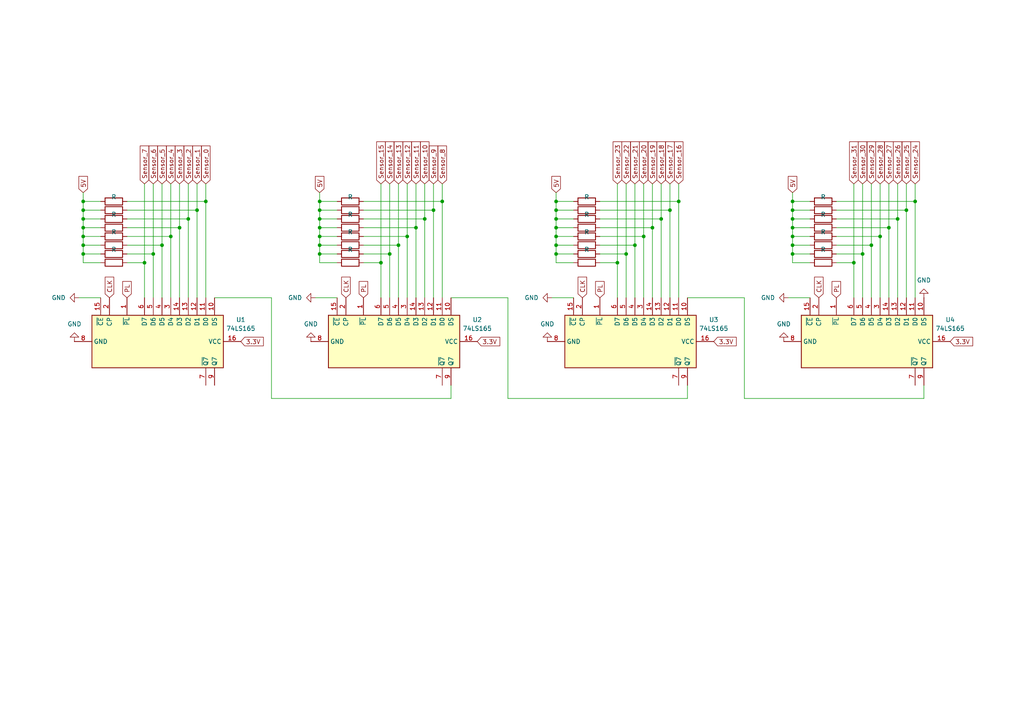
<source format=kicad_sch>
(kicad_sch (version 20231120) (generator "eeschema") (generator_version "8.0")
  (paper "A4")
  (lib_symbols
    (symbol "74xx:74LS165"
      (property "Reference" "U" (at -7.62 19.05 0))
      (property "Value" "74LS165" (at -7.62 -21.59 0))
      (symbol "74LS165_1_0"
        (pin input line (at -12.7 -10.16 0) (length 5.08) (name "~{PL}") (number "1"))
        (pin input line (at -12.7 15.24 0) (length 5.08) (name "DS") (number "10"))
        (pin input line (at -12.7 12.7 0) (length 5.08) (name "D0") (number "11"))
        (pin input line (at -12.7 10.16 0) (length 5.08) (name "D1") (number "12"))
        (pin input line (at -12.7 7.62 0) (length 5.08) (name "D2") (number "13"))
        (pin input line (at -12.7 5.08 0) (length 5.08) (name "D3") (number "14"))
        (pin input line (at -12.7 -17.78 0) (length 5.08) (name "~{CE}") (number "15"))
        (pin power_in line (at 0 22.86 270) (length 5.08) (name "VCC") (number "16"))
        (pin input line (at -12.7 -15.24 0) (length 5.08) (name "CP") (number "2"))
        (pin input line (at -12.7 2.54 0) (length 5.08) (name "D4") (number "3"))
        (pin input line (at -12.7 0 0) (length 5.08) (name "D5") (number "4"))
        (pin input line (at -12.7 -2.54 0) (length 5.08) (name "D6") (number "5"))
        (pin input line (at -12.7 -5.08 0) (length 5.08) (name "D7") (number "6"))
        (pin output line (at 12.7 12.7 180) (length 5.08) (name "~{Q7}") (number "7"))
        (pin power_in line (at 0 -25.4 90) (length 5.08) (name "GND") (number "8"))
        (pin output line (at 12.7 15.24 180) (length 5.08) (name "Q7") (number "9"))
      )
      (symbol "74LS165_1_1"
        (rectangle (start -7.62 17.78) (end 7.62 -20.32) (stroke (width 0.254)) (fill (type background)))
      )
    )
    (symbol "Device:R" (pin_numbers hide) (pin_names (offset 0))
      (property "Reference" "R" (at 2.032 0 90))
      (property "Value" "R" (at 0 0 90))
      (symbol "R_0_1"
        (rectangle (start -1.016 -2.54) (end 1.016 2.54) (stroke (width 0.254)))
      )
      (symbol "R_1_1"
        (pin passive line (at 0 3.81 270) (length 1.27) (name "~") (number "1"))
        (pin passive line (at 0 -3.81 90) (length 1.27) (name "~") (number "2"))
      )
    )
    (symbol "power:GND" (power) (pin_numbers hide) (pin_names (offset 0) hide)
      (property "Value" "GND" (at 0 -3.81 0))
      (symbol "GND_0_1"
        (polyline (pts (xy 0 0) (xy 0 -1.27) (xy 1.27 -1.27) (xy 0 -2.54) (xy -1.27 -1.27) (xy 0 -1.27)))
      )
      (symbol "GND_1_1"
        (pin power_in line (at 0 0 270) (length 0) (name "~") (number "1"))
      )
    )
  )
  (junction (at 92.71 68.58))
  (junction (at 92.71 58.42))
  (junction (at 229.87 68.58))
  (junction (at 161.29 58.42))
  (junction (at 191.77 63.5))
  (junction (at 24.13 66.04))
  (junction (at 252.73 71.12))
  (junction (at 229.87 71.12))
  (junction (at 115.57 71.12))
  (junction (at 118.11 68.58))
  (junction (at 123.19 63.5))
  (junction (at 125.73 60.96))
  (junction (at 49.53 68.58))
  (junction (at 161.29 66.04))
  (junction (at 247.65 76.2))
  (junction (at 120.65 66.04))
  (junction (at 161.29 68.58))
  (junction (at 161.29 60.96))
  (junction (at 128.27 58.42))
  (junction (at 189.23 66.04))
  (junction (at 196.85 58.42))
  (junction (at 46.99 71.12))
  (junction (at 186.69 68.58))
  (junction (at 194.31 60.96))
  (junction (at 24.13 71.12))
  (junction (at 179.07 76.2))
  (junction (at 265.43 58.42))
  (junction (at 24.13 73.66))
  (junction (at 92.71 63.5))
  (junction (at 229.87 58.42))
  (junction (at 184.15 71.12))
  (junction (at 229.87 66.04))
  (junction (at 110.49 76.2))
  (junction (at 260.35 63.5))
  (junction (at 255.27 68.58))
  (junction (at 92.71 73.66))
  (junction (at 52.07 66.04))
  (junction (at 257.81 66.04))
  (junction (at 24.13 63.5))
  (junction (at 54.61 63.5))
  (junction (at 57.15 60.96))
  (junction (at 113.03 73.66))
  (junction (at 161.29 73.66))
  (junction (at 181.61 73.66))
  (junction (at 24.13 58.42))
  (junction (at 92.71 71.12))
  (junction (at 229.87 60.96))
  (junction (at 229.87 63.5))
  (junction (at 250.19 73.66))
  (junction (at 44.45 73.66))
  (junction (at 161.29 63.5))
  (junction (at 24.13 68.58))
  (junction (at 92.71 66.04))
  (junction (at 262.89 60.96))
  (junction (at 92.71 60.96))
  (junction (at 229.87 73.66))
  (junction (at 161.29 71.12))
  (junction (at 59.69 58.42))
  (junction (at 24.13 60.96))
  (junction (at 41.91 76.2))
  (wire (pts (xy 41.91 53.34) (xy 41.91 76.2)))
  (wire (pts (xy 113.03 53.34) (xy 113.03 73.66)))
  (wire (pts (xy 173.99 76.2) (xy 179.07 76.2)))
  (wire (pts (xy 262.89 53.34) (xy 262.89 60.96)))
  (wire (pts (xy 128.27 86.36) (xy 128.27 58.42)))
  (wire (pts (xy 24.13 58.42) (xy 29.21 58.42)))
  (wire (pts (xy 36.83 76.2) (xy 41.91 76.2)))
  (wire (pts (xy 59.69 53.34) (xy 59.69 58.42)))
  (wire (pts (xy 228.6 86.36) (xy 234.95 86.36)))
  (wire (pts (xy 229.87 71.12) (xy 229.87 73.66)))
  (wire (pts (xy 24.13 60.96) (xy 24.13 63.5)))
  (wire (pts (xy 147.32 115.57) (xy 147.32 86.36)))
  (wire (pts (xy 199.39 115.57) (xy 147.32 115.57)))
  (wire (pts (xy 24.13 68.58) (xy 24.13 71.12)))
  (wire (pts (xy 194.31 60.96) (xy 194.31 86.36)))
  (wire (pts (xy 92.71 71.12) (xy 97.79 71.12)))
  (wire (pts (xy 123.19 63.5) (xy 123.19 86.36)))
  (wire (pts (xy 229.87 63.5) (xy 234.95 63.5)))
  (wire (pts (xy 184.15 86.36) (xy 184.15 71.12)))
  (wire (pts (xy 184.15 53.34) (xy 184.15 71.12)))
  (wire (pts (xy 123.19 53.34) (xy 123.19 63.5)))
  (wire (pts (xy 115.57 53.34) (xy 115.57 71.12)))
  (wire (pts (xy 92.71 58.42) (xy 97.79 58.42)))
  (wire (pts (xy 110.49 53.34) (xy 110.49 76.2)))
  (wire (pts (xy 179.07 53.34) (xy 179.07 76.2)))
  (wire (pts (xy 160.02 86.36) (xy 166.37 86.36)))
  (wire (pts (xy 215.9 115.57) (xy 215.9 86.36)))
  (wire (pts (xy 24.13 73.66) (xy 24.13 76.2)))
  (wire (pts (xy 161.29 71.12) (xy 166.37 71.12)))
  (wire (pts (xy 120.65 53.34) (xy 120.65 66.04)))
  (wire (pts (xy 22.86 86.36) (xy 29.21 86.36)))
  (wire (pts (xy 191.77 53.34) (xy 191.77 63.5)))
  (wire (pts (xy 118.11 86.36) (xy 118.11 68.58)))
  (wire (pts (xy 229.87 60.96) (xy 229.87 63.5)))
  (wire (pts (xy 161.29 68.58) (xy 166.37 68.58)))
  (wire (pts (xy 113.03 73.66) (xy 113.03 86.36)))
  (wire (pts (xy 229.87 66.04) (xy 229.87 68.58)))
  (wire (pts (xy 52.07 53.34) (xy 52.07 66.04)))
  (wire (pts (xy 161.29 55.88) (xy 161.29 58.42)))
  (wire (pts (xy 24.13 66.04) (xy 29.21 66.04)))
  (wire (pts (xy 229.87 60.96) (xy 234.95 60.96)))
  (wire (pts (xy 24.13 60.96) (xy 29.21 60.96)))
  (wire (pts (xy 120.65 66.04) (xy 105.41 66.04)))
  (wire (pts (xy 181.61 73.66) (xy 181.61 86.36)))
  (wire (pts (xy 161.29 60.96) (xy 166.37 60.96)))
  (wire (pts (xy 173.99 73.66) (xy 181.61 73.66)))
  (wire (pts (xy 52.07 86.36) (xy 52.07 66.04)))
  (wire (pts (xy 196.85 86.36) (xy 196.85 58.42)))
  (wire (pts (xy 229.87 63.5) (xy 229.87 66.04)))
  (wire (pts (xy 24.13 63.5) (xy 29.21 63.5)))
  (wire (pts (xy 78.74 115.57) (xy 78.74 86.36)))
  (wire (pts (xy 257.81 53.34) (xy 257.81 66.04)))
  (wire (pts (xy 46.99 71.12) (xy 36.83 71.12)))
  (wire (pts (xy 260.35 63.5) (xy 242.57 63.5)))
  (wire (pts (xy 92.71 58.42) (xy 92.71 60.96)))
  (wire (pts (xy 161.29 63.5) (xy 161.29 66.04)))
  (wire (pts (xy 250.19 73.66) (xy 250.19 86.36)))
  (wire (pts (xy 24.13 58.42) (xy 24.13 60.96)))
  (wire (pts (xy 267.97 115.57) (xy 215.9 115.57)))
  (wire (pts (xy 186.69 68.58) (xy 173.99 68.58)))
  (wire (pts (xy 59.69 86.36) (xy 59.69 58.42)))
  (wire (pts (xy 229.87 68.58) (xy 229.87 71.12)))
  (wire (pts (xy 186.69 86.36) (xy 186.69 68.58)))
  (wire (pts (xy 267.97 111.76) (xy 267.97 115.57)))
  (wire (pts (xy 24.13 71.12) (xy 29.21 71.12)))
  (wire (pts (xy 161.29 73.66) (xy 166.37 73.66)))
  (wire (pts (xy 260.35 53.34) (xy 260.35 63.5)))
  (wire (pts (xy 247.65 53.34) (xy 247.65 76.2)))
  (wire (pts (xy 242.57 60.96) (xy 262.89 60.96)))
  (wire (pts (xy 92.71 73.66) (xy 92.71 76.2)))
  (wire (pts (xy 161.29 68.58) (xy 161.29 71.12)))
  (wire (pts (xy 52.07 66.04) (xy 36.83 66.04)))
  (wire (pts (xy 247.65 76.2) (xy 247.65 86.36)))
  (wire (pts (xy 181.61 53.34) (xy 181.61 73.66)))
  (wire (pts (xy 229.87 68.58) (xy 234.95 68.58)))
  (wire (pts (xy 265.43 58.42) (xy 242.57 58.42)))
  (wire (pts (xy 191.77 63.5) (xy 173.99 63.5)))
  (wire (pts (xy 92.71 71.12) (xy 92.71 73.66)))
  (wire (pts (xy 189.23 66.04) (xy 173.99 66.04)))
  (wire (pts (xy 252.73 71.12) (xy 242.57 71.12)))
  (wire (pts (xy 257.81 66.04) (xy 242.57 66.04)))
  (wire (pts (xy 189.23 86.36) (xy 189.23 66.04)))
  (wire (pts (xy 262.89 60.96) (xy 262.89 86.36)))
  (wire (pts (xy 44.45 73.66) (xy 44.45 86.36)))
  (wire (pts (xy 24.13 55.88) (xy 24.13 58.42)))
  (wire (pts (xy 24.13 73.66) (xy 29.21 73.66)))
  (wire (pts (xy 41.91 76.2) (xy 41.91 86.36)))
  (wire (pts (xy 173.99 60.96) (xy 194.31 60.96)))
  (wire (pts (xy 92.71 55.88) (xy 92.71 58.42)))
  (wire (pts (xy 105.41 60.96) (xy 125.73 60.96)))
  (wire (pts (xy 161.29 71.12) (xy 161.29 73.66)))
  (wire (pts (xy 92.71 66.04) (xy 97.79 66.04)))
  (wire (pts (xy 194.31 53.34) (xy 194.31 60.96)))
  (wire (pts (xy 252.73 53.34) (xy 252.73 71.12)))
  (wire (pts (xy 191.77 63.5) (xy 191.77 86.36)))
  (wire (pts (xy 242.57 76.2) (xy 247.65 76.2)))
  (wire (pts (xy 161.29 63.5) (xy 166.37 63.5)))
  (wire (pts (xy 250.19 53.34) (xy 250.19 73.66)))
  (wire (pts (xy 36.83 60.96) (xy 57.15 60.96)))
  (wire (pts (xy 105.41 73.66) (xy 113.03 73.66)))
  (wire (pts (xy 229.87 55.88) (xy 229.87 58.42)))
  (wire (pts (xy 46.99 53.34) (xy 46.99 71.12)))
  (wire (pts (xy 49.53 53.34) (xy 49.53 68.58)))
  (wire (pts (xy 91.44 86.36) (xy 97.79 86.36)))
  (wire (pts (xy 54.61 63.5) (xy 36.83 63.5)))
  (wire (pts (xy 123.19 63.5) (xy 105.41 63.5)))
  (wire (pts (xy 118.11 53.34) (xy 118.11 68.58)))
  (wire (pts (xy 92.71 63.5) (xy 92.71 66.04)))
  (wire (pts (xy 242.57 73.66) (xy 250.19 73.66)))
  (wire (pts (xy 59.69 58.42) (xy 36.83 58.42)))
  (wire (pts (xy 229.87 58.42) (xy 234.95 58.42)))
  (wire (pts (xy 24.13 71.12) (xy 24.13 73.66)))
  (wire (pts (xy 161.29 73.66) (xy 161.29 76.2)))
  (wire (pts (xy 92.71 60.96) (xy 92.71 63.5)))
  (wire (pts (xy 161.29 66.04) (xy 161.29 68.58)))
  (wire (pts (xy 46.99 86.36) (xy 46.99 71.12)))
  (wire (pts (xy 115.57 71.12) (xy 105.41 71.12)))
  (wire (pts (xy 24.13 66.04) (xy 24.13 68.58)))
  (wire (pts (xy 229.87 58.42) (xy 229.87 60.96)))
  (wire (pts (xy 24.13 76.2) (xy 29.21 76.2)))
  (wire (pts (xy 199.39 111.76) (xy 199.39 115.57)))
  (wire (pts (xy 161.29 60.96) (xy 161.29 63.5)))
  (wire (pts (xy 252.73 86.36) (xy 252.73 71.12)))
  (wire (pts (xy 110.49 76.2) (xy 110.49 86.36)))
  (wire (pts (xy 215.9 86.36) (xy 199.39 86.36)))
  (wire (pts (xy 189.23 53.34) (xy 189.23 66.04)))
  (wire (pts (xy 128.27 58.42) (xy 105.41 58.42)))
  (wire (pts (xy 265.43 53.34) (xy 265.43 58.42)))
  (wire (pts (xy 92.71 60.96) (xy 97.79 60.96)))
  (wire (pts (xy 57.15 53.34) (xy 57.15 60.96)))
  (wire (pts (xy 24.13 68.58) (xy 29.21 68.58)))
  (wire (pts (xy 257.81 86.36) (xy 257.81 66.04)))
  (wire (pts (xy 229.87 73.66) (xy 234.95 73.66)))
  (wire (pts (xy 255.27 53.34) (xy 255.27 68.58)))
  (wire (pts (xy 125.73 53.34) (xy 125.73 60.96)))
  (wire (pts (xy 186.69 53.34) (xy 186.69 68.58)))
  (wire (pts (xy 229.87 66.04) (xy 234.95 66.04)))
  (wire (pts (xy 105.41 76.2) (xy 110.49 76.2)))
  (wire (pts (xy 161.29 58.42) (xy 161.29 60.96)))
  (wire (pts (xy 49.53 68.58) (xy 36.83 68.58)))
  (wire (pts (xy 92.71 76.2) (xy 97.79 76.2)))
  (wire (pts (xy 130.81 111.76) (xy 130.81 115.57)))
  (wire (pts (xy 92.71 66.04) (xy 92.71 68.58)))
  (wire (pts (xy 78.74 86.36) (xy 62.23 86.36)))
  (wire (pts (xy 130.81 115.57) (xy 78.74 115.57)))
  (wire (pts (xy 92.71 63.5) (xy 97.79 63.5)))
  (wire (pts (xy 161.29 58.42) (xy 166.37 58.42)))
  (wire (pts (xy 125.73 60.96) (xy 125.73 86.36)))
  (wire (pts (xy 120.65 86.36) (xy 120.65 66.04)))
  (wire (pts (xy 44.45 53.34) (xy 44.45 73.66)))
  (wire (pts (xy 161.29 66.04) (xy 166.37 66.04)))
  (wire (pts (xy 265.43 86.36) (xy 265.43 58.42)))
  (wire (pts (xy 179.07 76.2) (xy 179.07 86.36)))
  (wire (pts (xy 24.13 63.5) (xy 24.13 66.04)))
  (wire (pts (xy 196.85 53.34) (xy 196.85 58.42)))
  (wire (pts (xy 184.15 71.12) (xy 173.99 71.12)))
  (wire (pts (xy 147.32 86.36) (xy 130.81 86.36)))
  (wire (pts (xy 54.61 53.34) (xy 54.61 63.5)))
  (wire (pts (xy 255.27 86.36) (xy 255.27 68.58)))
  (wire (pts (xy 92.71 73.66) (xy 97.79 73.66)))
  (wire (pts (xy 57.15 60.96) (xy 57.15 86.36)))
  (wire (pts (xy 161.29 76.2) (xy 166.37 76.2)))
  (wire (pts (xy 115.57 86.36) (xy 115.57 71.12)))
  (wire (pts (xy 128.27 53.34) (xy 128.27 58.42)))
  (wire (pts (xy 92.71 68.58) (xy 97.79 68.58)))
  (wire (pts (xy 92.71 68.58) (xy 92.71 71.12)))
  (wire (pts (xy 229.87 76.2) (xy 234.95 76.2)))
  (wire (pts (xy 36.83 73.66) (xy 44.45 73.66)))
  (wire (pts (xy 196.85 58.42) (xy 173.99 58.42)))
  (wire (pts (xy 54.61 63.5) (xy 54.61 86.36)))
  (wire (pts (xy 255.27 68.58) (xy 242.57 68.58)))
  (wire (pts (xy 229.87 73.66) (xy 229.87 76.2)))
  (wire (pts (xy 118.11 68.58) (xy 105.41 68.58)))
  (wire (pts (xy 49.53 86.36) (xy 49.53 68.58)))
  (wire (pts (xy 260.35 63.5) (xy 260.35 86.36)))
  (wire (pts (xy 229.87 71.12) (xy 234.95 71.12)))
  (global_label "Sensor_9" (shape input) (at 125.73 53.34 90) (property "Intersheetrefs" "${INTERSHEET_REFS}" (effects (hide yes))))
  (global_label "Sensor_16" (shape input) (at 196.85 53.34 90) (property "Intersheetrefs" "${INTERSHEET_REFS}" (effects (hide yes))))
  (global_label "Sensor_13" (shape input) (at 115.57 53.34 90) (property "Intersheetrefs" "${INTERSHEET_REFS}" (effects (hide yes))))
  (global_label "Sensor_3" (shape input) (at 52.07 53.34 90) (property "Intersheetrefs" "${INTERSHEET_REFS}" (effects (hide yes))))
  (global_label "Sensor_22" (shape input) (at 181.61 53.34 90) (property "Intersheetrefs" "${INTERSHEET_REFS}" (effects (hide yes))))
  (global_label "Sensor_15" (shape input) (at 110.49 53.34 90) (property "Intersheetrefs" "${INTERSHEET_REFS}" (effects (hide yes))))
  (global_label "Sensor_4" (shape input) (at 49.53 53.34 90) (property "Intersheetrefs" "${INTERSHEET_REFS}" (effects (hide yes))))
  (global_label "CLK" (shape input) (at 100.33 86.36 90) (property "Intersheetrefs" "${INTERSHEET_REFS}" (effects (hide yes))))
  (global_label "Sensor_25" (shape input) (at 262.89 53.34 90) (property "Intersheetrefs" "${INTERSHEET_REFS}" (effects (hide yes))))
  (global_label "Sensor_8" (shape input) (at 128.27 53.34 90) (property "Intersheetrefs" "${INTERSHEET_REFS}" (effects (hide yes))))
  (global_label "PL" (shape input) (at 105.41 86.36 90) (property "Intersheetrefs" "${INTERSHEET_REFS}" (effects (hide yes))))
  (global_label "PL" (shape input) (at 173.99 86.36 90) (property "Intersheetrefs" "${INTERSHEET_REFS}" (effects (hide yes))))
  (global_label "Sensor_7" (shape input) (at 41.91 53.34 90) (property "Intersheetrefs" "${INTERSHEET_REFS}" (effects (hide yes))))
  (global_label "5V" (shape input) (at 24.13 55.88 90) (property "Intersheetrefs" "${INTERSHEET_REFS}" (effects (hide yes))))
  (global_label "Sensor_2" (shape input) (at 54.61 53.34 90) (property "Intersheetrefs" "${INTERSHEET_REFS}" (effects (hide yes))))
  (global_label "Sensor_1" (shape input) (at 57.15 53.34 90) (property "Intersheetrefs" "${INTERSHEET_REFS}" (effects (hide yes))))
  (global_label "Sensor_10" (shape input) (at 123.19 53.34 90) (property "Intersheetrefs" "${INTERSHEET_REFS}" (effects (hide yes))))
  (global_label "5V" (shape input) (at 92.71 55.88 90) (property "Intersheetrefs" "${INTERSHEET_REFS}" (effects (hide yes))))
  (global_label "3.3V" (shape input) (at 138.43 99.06 0) (property "Intersheetrefs" "${INTERSHEET_REFS}" (effects (hide yes))))
  (global_label "5V" (shape input) (at 229.87 55.88 90) (property "Intersheetrefs" "${INTERSHEET_REFS}" (effects (hide yes))))
  (global_label "PL" (shape input) (at 36.83 86.36 90) (property "Intersheetrefs" "${INTERSHEET_REFS}" (effects (hide yes))))
  (global_label "Sensor_14" (shape input) (at 113.03 53.34 90) (property "Intersheetrefs" "${INTERSHEET_REFS}" (effects (hide yes))))
  (global_label "Sensor_24" (shape input) (at 265.43 53.34 90) (property "Intersheetrefs" "${INTERSHEET_REFS}" (effects (hide yes))))
  (global_label "Sensor_12" (shape input) (at 118.11 53.34 90) (property "Intersheetrefs" "${INTERSHEET_REFS}" (effects (hide yes))))
  (global_label "3.3V" (shape input) (at 69.85 99.06 0) (property "Intersheetrefs" "${INTERSHEET_REFS}" (effects (hide yes))))
  (global_label "3.3V" (shape input) (at 275.59 99.06 0) (property "Intersheetrefs" "${INTERSHEET_REFS}" (effects (hide yes))))
  (global_label "5V" (shape input) (at 161.29 55.88 90) (property "Intersheetrefs" "${INTERSHEET_REFS}" (effects (hide yes))))
  (global_label "Sensor_21" (shape input) (at 184.15 53.34 90) (property "Intersheetrefs" "${INTERSHEET_REFS}" (effects (hide yes))))
  (global_label "Sensor_28" (shape input) (at 255.27 53.34 90) (property "Intersheetrefs" "${INTERSHEET_REFS}" (effects (hide yes))))
  (global_label "3.3V" (shape input) (at 207.01 99.06 0) (property "Intersheetrefs" "${INTERSHEET_REFS}" (effects (hide yes))))
  (global_label "Sensor_11" (shape input) (at 120.65 53.34 90) (property "Intersheetrefs" "${INTERSHEET_REFS}" (effects (hide yes))))
  (global_label "CLK" (shape input) (at 168.91 86.36 90) (property "Intersheetrefs" "${INTERSHEET_REFS}" (effects (hide yes))))
  (global_label "Sensor_29" (shape input) (at 252.73 53.34 90) (property "Intersheetrefs" "${INTERSHEET_REFS}" (effects (hide yes))))
  (global_label "Sensor_31" (shape input) (at 247.65 53.34 90) (property "Intersheetrefs" "${INTERSHEET_REFS}" (effects (hide yes))))
  (global_label "PL" (shape input) (at 242.57 86.36 90) (property "Intersheetrefs" "${INTERSHEET_REFS}" (effects (hide yes))))
  (global_label "Sensor_17" (shape input) (at 194.31 53.34 90) (property "Intersheetrefs" "${INTERSHEET_REFS}" (effects (hide yes))))
  (global_label "Sensor_0" (shape input) (at 59.69 53.34 90) (property "Intersheetrefs" "${INTERSHEET_REFS}" (effects (hide yes))))
  (global_label "CLK" (shape input) (at 237.49 86.36 90) (property "Intersheetrefs" "${INTERSHEET_REFS}" (effects (hide yes))))
  (global_label "Sensor_26" (shape input) (at 260.35 53.34 90) (property "Intersheetrefs" "${INTERSHEET_REFS}" (effects (hide yes))))
  (global_label "Sensor_18" (shape input) (at 191.77 53.34 90) (property "Intersheetrefs" "${INTERSHEET_REFS}" (effects (hide yes))))
  (global_label "Sensor_19" (shape input) (at 189.23 53.34 90) (property "Intersheetrefs" "${INTERSHEET_REFS}" (effects (hide yes))))
  (global_label "Sensor_6" (shape input) (at 44.45 53.34 90) (property "Intersheetrefs" "${INTERSHEET_REFS}" (effects (hide yes))))
  (global_label "CLK" (shape input) (at 31.75 86.36 90) (property "Intersheetrefs" "${INTERSHEET_REFS}" (effects (hide yes))))
  (global_label "Sensor_5" (shape input) (at 46.99 53.34 90) (property "Intersheetrefs" "${INTERSHEET_REFS}" (effects (hide yes))))
  (global_label "Sensor_30" (shape input) (at 250.19 53.34 90) (property "Intersheetrefs" "${INTERSHEET_REFS}" (effects (hide yes))))
  (global_label "Sensor_20" (shape input) (at 186.69 53.34 90) (property "Intersheetrefs" "${INTERSHEET_REFS}" (effects (hide yes))))
  (global_label "Sensor_27" (shape input) (at 257.81 53.34 90) (property "Intersheetrefs" "${INTERSHEET_REFS}" (effects (hide yes))))
  (global_label "Sensor_23" (shape input) (at 179.07 53.34 90) (property "Intersheetrefs" "${INTERSHEET_REFS}" (effects (hide yes))))
  (symbol (lib_id "Device:R") (at 238.76 60.96 90) (unit 1)
    (property "Reference" "R26" (effects (hide yes)))
    (property "Value" "R" (at 238.76 57.15 90))
    (property "Description" "Resistor" (effects (hide yes)))
  )
  (symbol (lib_id "Device:R") (at 238.76 66.04 90) (unit 1)
    (property "Reference" "R28" (effects (hide yes)))
    (property "Value" "R" (at 238.76 62.23 90))
    (property "Description" "Resistor" (effects (hide yes)))
  )
  (symbol (lib_id "Device:R") (at 101.6 76.2 90) (unit 1)
    (property "Reference" "R16" (effects (hide yes)))
    (property "Value" "R" (at 101.6 72.39 90))
    (property "Description" "Resistor" (effects (hide yes)))
  )
  (symbol (lib_id "74xx:74LS165") (at 115.57 99.06 270) (unit 1)
    (property "Reference" "U2" (at 138.43 92.7414 90))
    (property "Value" "74LS165" (at 138.43 95.2814 90))
    (property "Datasheet" "https://www.ti.com/lit/ds/symlink/sn74ls165a.pdf" (effects (hide yes)))
    (property "Description" "Shift Register 8-bit, parallel load" (effects (hide yes)))
  )
  (symbol (lib_id "power:GND") (at 267.97 86.36 180) (unit 1)
    (property "Reference" "#PWR09" (effects (hide yes)))
    (property "Value" "GND" (at 267.97 81.28 0))
    (property "Description" "Power symbol creates a global label with name \"GND\" , ground" (effects (hide yes)))
  )
  (symbol (lib_id "power:GND") (at 22.86 86.36 270) (unit 1)
    (property "Reference" "#PWR02" (effects (hide yes)))
    (property "Value" "GND" (at 19.05 86.3599 90) (effects (justify right)))
    (property "Description" "Power symbol creates a global label with name \"GND\" , ground" (effects (hide yes)))
  )
  (symbol (lib_id "Device:R") (at 170.18 71.12 90) (unit 1)
    (property "Reference" "R22" (effects (hide yes)))
    (property "Value" "R" (at 170.18 67.31 90))
    (property "Description" "Resistor" (effects (hide yes)))
  )
  (symbol (lib_id "74xx:74LS165") (at 46.99 99.06 270) (unit 1)
    (property "Reference" "U1" (at 69.85 92.7414 90))
    (property "Value" "74LS165" (at 69.85 95.2814 90))
    (property "Datasheet" "https://www.ti.com/lit/ds/symlink/sn74ls165a.pdf" (effects (hide yes)))
    (property "Description" "Shift Register 8-bit, parallel load" (effects (hide yes)))
  )
  (symbol (lib_id "Device:R") (at 238.76 71.12 90) (unit 1)
    (property "Reference" "R30" (effects (hide yes)))
    (property "Value" "R" (at 238.76 67.31 90))
    (property "Description" "Resistor" (effects (hide yes)))
  )
  (symbol (lib_id "power:GND") (at 228.6 86.36 270) (unit 1)
    (property "Reference" "#PWR08" (effects (hide yes)))
    (property "Value" "GND" (at 224.79 86.3599 90) (effects (justify right)))
    (property "Description" "Power symbol creates a global label with name \"GND\" , ground" (effects (hide yes)))
  )
  (symbol (lib_id "Device:R") (at 101.6 68.58 90) (unit 1)
    (property "Reference" "R13" (effects (hide yes)))
    (property "Value" "R" (effects (hide yes)))
    (property "Description" "Resistor" (effects (hide yes)))
  )
  (symbol (lib_id "Device:R") (at 170.18 66.04 90) (unit 1)
    (property "Reference" "R20" (effects (hide yes)))
    (property "Value" "R" (at 170.18 62.23 90))
    (property "Description" "Resistor" (effects (hide yes)))
  )
  (symbol (lib_id "74xx:74LS165") (at 252.73 99.06 270) (unit 1)
    (property "Reference" "U4" (at 275.59 92.7414 90))
    (property "Value" "74LS165" (at 275.59 95.2814 90))
    (property "Datasheet" "https://www.ti.com/lit/ds/symlink/sn74ls165a.pdf" (effects (hide yes)))
    (property "Description" "Shift Register 8-bit, parallel load" (effects (hide yes)))
  )
  (symbol (lib_id "power:GND") (at 21.59 99.06 180) (unit 1)
    (property "Reference" "#PWR01" (effects (hide yes)))
    (property "Value" "GND" (at 21.59 93.98 0))
    (property "Description" "Power symbol creates a global label with name \"GND\" , ground" (effects (hide yes)))
  )
  (symbol (lib_id "Device:R") (at 238.76 58.42 90) (unit 1)
    (property "Reference" "R25" (effects (hide yes)))
    (property "Value" "R" (effects (hide yes)))
    (property "Description" "Resistor" (effects (hide yes)))
  )
  (symbol (lib_id "Device:R") (at 170.18 68.58 90) (unit 1)
    (property "Reference" "R21" (effects (hide yes)))
    (property "Value" "R" (effects (hide yes)))
    (property "Description" "Resistor" (effects (hide yes)))
  )
  (symbol (lib_id "Device:R") (at 238.76 63.5 90) (unit 1)
    (property "Reference" "R27" (effects (hide yes)))
    (property "Value" "R" (effects (hide yes)))
    (property "Description" "Resistor" (effects (hide yes)))
  )
  (symbol (lib_id "Device:R") (at 238.76 73.66 90) (unit 1)
    (property "Reference" "R31" (effects (hide yes)))
    (property "Value" "R" (effects (hide yes)))
    (property "Description" "Resistor" (effects (hide yes)))
  )
  (symbol (lib_id "power:GND") (at 158.75 99.06 180) (unit 1)
    (property "Reference" "#PWR05" (effects (hide yes)))
    (property "Value" "GND" (at 158.75 93.98 0))
    (property "Description" "Power symbol creates a global label with name \"GND\" , ground" (effects (hide yes)))
  )
  (symbol (lib_id "power:GND") (at 90.17 99.06 180) (unit 1)
    (property "Reference" "#PWR03" (effects (hide yes)))
    (property "Value" "GND" (at 90.17 93.98 0))
    (property "Description" "Power symbol creates a global label with name \"GND\" , ground" (effects (hide yes)))
  )
  (symbol (lib_id "Device:R") (at 170.18 73.66 90) (unit 1)
    (property "Reference" "R23" (effects (hide yes)))
    (property "Value" "R" (effects (hide yes)))
    (property "Description" "Resistor" (effects (hide yes)))
  )
  (symbol (lib_id "Device:R") (at 33.02 73.66 90) (unit 1)
    (property "Reference" "R2" (effects (hide yes)))
    (property "Value" "R" (effects (hide yes)))
    (property "Description" "Resistor" (effects (hide yes)))
  )
  (symbol (lib_id "Device:R") (at 101.6 58.42 90) (unit 1)
    (property "Reference" "R9" (effects (hide yes)))
    (property "Value" "R" (effects (hide yes)))
    (property "Description" "Resistor" (effects (hide yes)))
  )
  (symbol (lib_id "power:GND") (at 160.02 86.36 270) (unit 1)
    (property "Reference" "#PWR06" (effects (hide yes)))
    (property "Value" "GND" (at 156.21 86.3599 90) (effects (justify right)))
    (property "Description" "Power symbol creates a global label with name \"GND\" , ground" (effects (hide yes)))
  )
  (symbol (lib_id "Device:R") (at 101.6 66.04 90) (unit 1)
    (property "Reference" "R12" (effects (hide yes)))
    (property "Value" "R" (at 101.6 62.23 90))
    (property "Description" "Resistor" (effects (hide yes)))
  )
  (symbol (lib_id "Device:R") (at 101.6 73.66 90) (unit 1)
    (property "Reference" "R15" (effects (hide yes)))
    (property "Value" "R" (effects (hide yes)))
    (property "Description" "Resistor" (effects (hide yes)))
  )
  (symbol (lib_id "power:GND") (at 91.44 86.36 270) (unit 1)
    (property "Reference" "#PWR04" (effects (hide yes)))
    (property "Value" "GND" (at 87.63 86.3599 90) (effects (justify right)))
    (property "Description" "Power symbol creates a global label with name \"GND\" , ground" (effects (hide yes)))
  )
  (symbol (lib_id "Device:R") (at 170.18 76.2 90) (unit 1)
    (property "Reference" "R24" (effects (hide yes)))
    (property "Value" "R" (at 170.18 72.39 90))
    (property "Description" "Resistor" (effects (hide yes)))
  )
  (symbol (lib_id "power:GND") (at 227.33 99.06 180) (unit 1)
    (property "Reference" "#PWR07" (effects (hide yes)))
    (property "Value" "GND" (at 227.33 93.98 0))
    (property "Description" "Power symbol creates a global label with name \"GND\" , ground" (effects (hide yes)))
  )
  (symbol (lib_id "Device:R") (at 170.18 58.42 90) (unit 1)
    (property "Reference" "R17" (effects (hide yes)))
    (property "Value" "R" (effects (hide yes)))
    (property "Description" "Resistor" (effects (hide yes)))
  )
  (symbol (lib_id "Device:R") (at 33.02 60.96 90) (unit 1)
    (property "Reference" "R7" (effects (hide yes)))
    (property "Value" "R" (at 33.02 57.15 90))
    (property "Description" "Resistor" (effects (hide yes)))
  )
  (symbol (lib_id "Device:R") (at 101.6 63.5 90) (unit 1)
    (property "Reference" "R11" (effects (hide yes)))
    (property "Value" "R" (effects (hide yes)))
    (property "Description" "Resistor" (effects (hide yes)))
  )
  (symbol (lib_id "Device:R") (at 33.02 71.12 90) (unit 1)
    (property "Reference" "R3" (effects (hide yes)))
    (property "Value" "R" (at 33.02 67.31 90))
    (property "Description" "Resistor" (effects (hide yes)))
  )
  (symbol (lib_id "Device:R") (at 33.02 68.58 90) (unit 1)
    (property "Reference" "R4" (effects (hide yes)))
    (property "Value" "R" (effects (hide yes)))
    (property "Description" "Resistor" (effects (hide yes)))
  )
  (symbol (lib_id "Device:R") (at 33.02 66.04 90) (unit 1)
    (property "Reference" "R5" (effects (hide yes)))
    (property "Value" "R" (at 33.02 62.23 90))
    (property "Description" "Resistor" (effects (hide yes)))
  )
  (symbol (lib_id "Device:R") (at 33.02 63.5 90) (unit 1)
    (property "Reference" "R6" (effects (hide yes)))
    (property "Value" "R" (effects (hide yes)))
    (property "Description" "Resistor" (effects (hide yes)))
  )
  (symbol (lib_id "Device:R") (at 33.02 76.2 90) (unit 1)
    (property "Reference" "R1" (effects (hide yes)))
    (property "Value" "R" (at 33.02 72.39 90))
    (property "Description" "Resistor" (effects (hide yes)))
  )
  (symbol (lib_id "Device:R") (at 101.6 71.12 90) (unit 1)
    (property "Reference" "R14" (effects (hide yes)))
    (property "Value" "R" (at 101.6 67.31 90))
    (property "Description" "Resistor" (effects (hide yes)))
  )
  (symbol (lib_id "74xx:74LS165") (at 184.15 99.06 270) (unit 1)
    (property "Reference" "U3" (at 207.01 92.7414 90))
    (property "Value" "74LS165" (at 207.01 95.2814 90))
    (property "Datasheet" "https://www.ti.com/lit/ds/symlink/sn74ls165a.pdf" (effects (hide yes)))
    (property "Description" "Shift Register 8-bit, parallel load" (effects (hide yes)))
  )
  (symbol (lib_id "Device:R") (at 238.76 76.2 90) (unit 1)
    (property "Reference" "R32" (effects (hide yes)))
    (property "Value" "R" (at 238.76 72.39 90))
    (property "Description" "Resistor" (effects (hide yes)))
  )
  (symbol (lib_id "Device:R") (at 170.18 63.5 90) (unit 1)
    (property "Reference" "R19" (effects (hide yes)))
    (property "Value" "R" (effects (hide yes)))
    (property "Description" "Resistor" (effects (hide yes)))
  )
  (symbol (lib_id "Device:R") (at 238.76 68.58 90) (unit 1)
    (property "Reference" "R29" (effects (hide yes)))
    (property "Value" "R" (effects (hide yes)))
    (property "Description" "Resistor" (effects (hide yes)))
  )
  (symbol (lib_id "Device:R") (at 33.02 58.42 90) (unit 1)
    (property "Reference" "R8" (effects (hide yes)))
    (property "Value" "R" (effects (hide yes)))
    (property "Description" "Resistor" (effects (hide yes)))
  )
  (symbol (lib_id "Device:R") (at 170.18 60.96 90) (unit 1)
    (property "Reference" "R18" (effects (hide yes)))
    (property "Value" "R" (at 170.18 57.15 90))
    (property "Description" "Resistor" (effects (hide yes)))
  )
  (symbol (lib_id "Device:R") (at 101.6 60.96 90) (unit 1)
    (property "Reference" "R10" (effects (hide yes)))
    (property "Value" "R" (at 101.6 57.15 90))
    (property "Description" "Resistor" (effects (hide yes)))
  )
)
</source>
